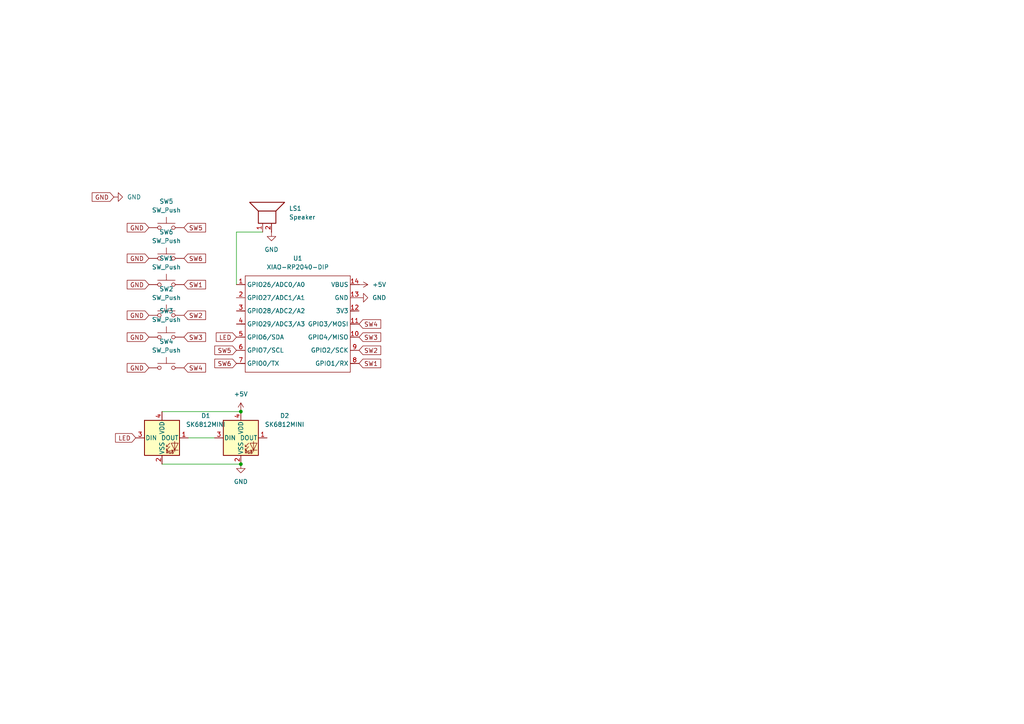
<source format=kicad_sch>
(kicad_sch
	(version 20250114)
	(generator "eeschema")
	(generator_version "9.0")
	(uuid "25298608-a21d-404b-bda2-dc81ff44fd78")
	(paper "A4")
	(lib_symbols
		(symbol "Device:Speaker"
			(pin_names
				(offset 0)
				(hide yes)
			)
			(exclude_from_sim no)
			(in_bom yes)
			(on_board yes)
			(property "Reference" "LS"
				(at 1.27 5.715 0)
				(effects
					(font
						(size 1.27 1.27)
					)
					(justify right)
				)
			)
			(property "Value" "Speaker"
				(at 1.27 3.81 0)
				(effects
					(font
						(size 1.27 1.27)
					)
					(justify right)
				)
			)
			(property "Footprint" ""
				(at 0 -5.08 0)
				(effects
					(font
						(size 1.27 1.27)
					)
					(hide yes)
				)
			)
			(property "Datasheet" "~"
				(at -0.254 -1.27 0)
				(effects
					(font
						(size 1.27 1.27)
					)
					(hide yes)
				)
			)
			(property "Description" "Speaker"
				(at 0 0 0)
				(effects
					(font
						(size 1.27 1.27)
					)
					(hide yes)
				)
			)
			(property "ki_keywords" "speaker sound"
				(at 0 0 0)
				(effects
					(font
						(size 1.27 1.27)
					)
					(hide yes)
				)
			)
			(symbol "Speaker_0_0"
				(rectangle
					(start -2.54 1.27)
					(end 1.016 -3.81)
					(stroke
						(width 0.254)
						(type default)
					)
					(fill
						(type none)
					)
				)
				(polyline
					(pts
						(xy 1.016 1.27) (xy 3.556 3.81) (xy 3.556 -6.35) (xy 1.016 -3.81)
					)
					(stroke
						(width 0.254)
						(type default)
					)
					(fill
						(type none)
					)
				)
			)
			(symbol "Speaker_1_1"
				(pin input line
					(at -5.08 0 0)
					(length 2.54)
					(name "1"
						(effects
							(font
								(size 1.27 1.27)
							)
						)
					)
					(number "1"
						(effects
							(font
								(size 1.27 1.27)
							)
						)
					)
				)
				(pin input line
					(at -5.08 -2.54 0)
					(length 2.54)
					(name "2"
						(effects
							(font
								(size 1.27 1.27)
							)
						)
					)
					(number "2"
						(effects
							(font
								(size 1.27 1.27)
							)
						)
					)
				)
			)
			(embedded_fonts no)
		)
		(symbol "LED:SK6812MINI"
			(pin_names
				(offset 0.254)
			)
			(exclude_from_sim no)
			(in_bom yes)
			(on_board yes)
			(property "Reference" "D"
				(at 5.08 5.715 0)
				(effects
					(font
						(size 1.27 1.27)
					)
					(justify right bottom)
				)
			)
			(property "Value" "SK6812MINI"
				(at 1.27 -5.715 0)
				(effects
					(font
						(size 1.27 1.27)
					)
					(justify left top)
				)
			)
			(property "Footprint" "LED_SMD:LED_SK6812MINI_PLCC4_3.5x3.5mm_P1.75mm"
				(at 1.27 -7.62 0)
				(effects
					(font
						(size 1.27 1.27)
					)
					(justify left top)
					(hide yes)
				)
			)
			(property "Datasheet" "https://cdn-shop.adafruit.com/product-files/2686/SK6812MINI_REV.01-1-2.pdf"
				(at 2.54 -9.525 0)
				(effects
					(font
						(size 1.27 1.27)
					)
					(justify left top)
					(hide yes)
				)
			)
			(property "Description" "RGB LED with integrated controller"
				(at 0 0 0)
				(effects
					(font
						(size 1.27 1.27)
					)
					(hide yes)
				)
			)
			(property "ki_keywords" "RGB LED NeoPixel Mini addressable"
				(at 0 0 0)
				(effects
					(font
						(size 1.27 1.27)
					)
					(hide yes)
				)
			)
			(property "ki_fp_filters" "LED*SK6812MINI*PLCC*3.5x3.5mm*P1.75mm*"
				(at 0 0 0)
				(effects
					(font
						(size 1.27 1.27)
					)
					(hide yes)
				)
			)
			(symbol "SK6812MINI_0_0"
				(text "RGB"
					(at 2.286 -4.191 0)
					(effects
						(font
							(size 0.762 0.762)
						)
					)
				)
			)
			(symbol "SK6812MINI_0_1"
				(polyline
					(pts
						(xy 1.27 -2.54) (xy 1.778 -2.54)
					)
					(stroke
						(width 0)
						(type default)
					)
					(fill
						(type none)
					)
				)
				(polyline
					(pts
						(xy 1.27 -3.556) (xy 1.778 -3.556)
					)
					(stroke
						(width 0)
						(type default)
					)
					(fill
						(type none)
					)
				)
				(polyline
					(pts
						(xy 2.286 -1.524) (xy 1.27 -2.54) (xy 1.27 -2.032)
					)
					(stroke
						(width 0)
						(type default)
					)
					(fill
						(type none)
					)
				)
				(polyline
					(pts
						(xy 2.286 -2.54) (xy 1.27 -3.556) (xy 1.27 -3.048)
					)
					(stroke
						(width 0)
						(type default)
					)
					(fill
						(type none)
					)
				)
				(polyline
					(pts
						(xy 3.683 -1.016) (xy 3.683 -3.556) (xy 3.683 -4.064)
					)
					(stroke
						(width 0)
						(type default)
					)
					(fill
						(type none)
					)
				)
				(polyline
					(pts
						(xy 4.699 -1.524) (xy 2.667 -1.524) (xy 3.683 -3.556) (xy 4.699 -1.524)
					)
					(stroke
						(width 0)
						(type default)
					)
					(fill
						(type none)
					)
				)
				(polyline
					(pts
						(xy 4.699 -3.556) (xy 2.667 -3.556)
					)
					(stroke
						(width 0)
						(type default)
					)
					(fill
						(type none)
					)
				)
				(rectangle
					(start 5.08 5.08)
					(end -5.08 -5.08)
					(stroke
						(width 0.254)
						(type default)
					)
					(fill
						(type background)
					)
				)
			)
			(symbol "SK6812MINI_1_1"
				(pin input line
					(at -7.62 0 0)
					(length 2.54)
					(name "DIN"
						(effects
							(font
								(size 1.27 1.27)
							)
						)
					)
					(number "3"
						(effects
							(font
								(size 1.27 1.27)
							)
						)
					)
				)
				(pin power_in line
					(at 0 7.62 270)
					(length 2.54)
					(name "VDD"
						(effects
							(font
								(size 1.27 1.27)
							)
						)
					)
					(number "4"
						(effects
							(font
								(size 1.27 1.27)
							)
						)
					)
				)
				(pin power_in line
					(at 0 -7.62 90)
					(length 2.54)
					(name "VSS"
						(effects
							(font
								(size 1.27 1.27)
							)
						)
					)
					(number "2"
						(effects
							(font
								(size 1.27 1.27)
							)
						)
					)
				)
				(pin output line
					(at 7.62 0 180)
					(length 2.54)
					(name "DOUT"
						(effects
							(font
								(size 1.27 1.27)
							)
						)
					)
					(number "1"
						(effects
							(font
								(size 1.27 1.27)
							)
						)
					)
				)
			)
			(embedded_fonts no)
		)
		(symbol "Seeed_Studio_XIAO_Series:XIAO-RP2040-DIP"
			(exclude_from_sim no)
			(in_bom yes)
			(on_board yes)
			(property "Reference" "U"
				(at 0 0 0)
				(effects
					(font
						(size 1.27 1.27)
					)
				)
			)
			(property "Value" "XIAO-RP2040-DIP"
				(at 5.334 -1.778 0)
				(effects
					(font
						(size 1.27 1.27)
					)
				)
			)
			(property "Footprint" "Module:MOUDLE14P-XIAO-DIP-SMD"
				(at 14.478 -32.258 0)
				(effects
					(font
						(size 1.27 1.27)
					)
					(hide yes)
				)
			)
			(property "Datasheet" ""
				(at 0 0 0)
				(effects
					(font
						(size 1.27 1.27)
					)
					(hide yes)
				)
			)
			(property "Description" ""
				(at 0 0 0)
				(effects
					(font
						(size 1.27 1.27)
					)
					(hide yes)
				)
			)
			(symbol "XIAO-RP2040-DIP_1_0"
				(polyline
					(pts
						(xy -1.27 -2.54) (xy 29.21 -2.54)
					)
					(stroke
						(width 0.1524)
						(type solid)
					)
					(fill
						(type none)
					)
				)
				(polyline
					(pts
						(xy -1.27 -5.08) (xy -2.54 -5.08)
					)
					(stroke
						(width 0.1524)
						(type solid)
					)
					(fill
						(type none)
					)
				)
				(polyline
					(pts
						(xy -1.27 -5.08) (xy -1.27 -2.54)
					)
					(stroke
						(width 0.1524)
						(type solid)
					)
					(fill
						(type none)
					)
				)
				(polyline
					(pts
						(xy -1.27 -8.89) (xy -2.54 -8.89)
					)
					(stroke
						(width 0.1524)
						(type solid)
					)
					(fill
						(type none)
					)
				)
				(polyline
					(pts
						(xy -1.27 -8.89) (xy -1.27 -5.08)
					)
					(stroke
						(width 0.1524)
						(type solid)
					)
					(fill
						(type none)
					)
				)
				(polyline
					(pts
						(xy -1.27 -12.7) (xy -2.54 -12.7)
					)
					(stroke
						(width 0.1524)
						(type solid)
					)
					(fill
						(type none)
					)
				)
				(polyline
					(pts
						(xy -1.27 -12.7) (xy -1.27 -8.89)
					)
					(stroke
						(width 0.1524)
						(type solid)
					)
					(fill
						(type none)
					)
				)
				(polyline
					(pts
						(xy -1.27 -16.51) (xy -2.54 -16.51)
					)
					(stroke
						(width 0.1524)
						(type solid)
					)
					(fill
						(type none)
					)
				)
				(polyline
					(pts
						(xy -1.27 -16.51) (xy -1.27 -12.7)
					)
					(stroke
						(width 0.1524)
						(type solid)
					)
					(fill
						(type none)
					)
				)
				(polyline
					(pts
						(xy -1.27 -20.32) (xy -2.54 -20.32)
					)
					(stroke
						(width 0.1524)
						(type solid)
					)
					(fill
						(type none)
					)
				)
				(polyline
					(pts
						(xy -1.27 -24.13) (xy -2.54 -24.13)
					)
					(stroke
						(width 0.1524)
						(type solid)
					)
					(fill
						(type none)
					)
				)
				(polyline
					(pts
						(xy -1.27 -27.94) (xy -2.54 -27.94)
					)
					(stroke
						(width 0.1524)
						(type solid)
					)
					(fill
						(type none)
					)
				)
				(polyline
					(pts
						(xy -1.27 -30.48) (xy -1.27 -16.51)
					)
					(stroke
						(width 0.1524)
						(type solid)
					)
					(fill
						(type none)
					)
				)
				(polyline
					(pts
						(xy 29.21 -2.54) (xy 29.21 -5.08)
					)
					(stroke
						(width 0.1524)
						(type solid)
					)
					(fill
						(type none)
					)
				)
				(polyline
					(pts
						(xy 29.21 -5.08) (xy 29.21 -8.89)
					)
					(stroke
						(width 0.1524)
						(type solid)
					)
					(fill
						(type none)
					)
				)
				(polyline
					(pts
						(xy 29.21 -8.89) (xy 29.21 -12.7)
					)
					(stroke
						(width 0.1524)
						(type solid)
					)
					(fill
						(type none)
					)
				)
				(polyline
					(pts
						(xy 29.21 -12.7) (xy 29.21 -30.48)
					)
					(stroke
						(width 0.1524)
						(type solid)
					)
					(fill
						(type none)
					)
				)
				(polyline
					(pts
						(xy 29.21 -30.48) (xy -1.27 -30.48)
					)
					(stroke
						(width 0.1524)
						(type solid)
					)
					(fill
						(type none)
					)
				)
				(polyline
					(pts
						(xy 30.48 -5.08) (xy 29.21 -5.08)
					)
					(stroke
						(width 0.1524)
						(type solid)
					)
					(fill
						(type none)
					)
				)
				(polyline
					(pts
						(xy 30.48 -8.89) (xy 29.21 -8.89)
					)
					(stroke
						(width 0.1524)
						(type solid)
					)
					(fill
						(type none)
					)
				)
				(polyline
					(pts
						(xy 30.48 -12.7) (xy 29.21 -12.7)
					)
					(stroke
						(width 0.1524)
						(type solid)
					)
					(fill
						(type none)
					)
				)
				(polyline
					(pts
						(xy 30.48 -16.51) (xy 29.21 -16.51)
					)
					(stroke
						(width 0.1524)
						(type solid)
					)
					(fill
						(type none)
					)
				)
				(polyline
					(pts
						(xy 30.48 -20.32) (xy 29.21 -20.32)
					)
					(stroke
						(width 0.1524)
						(type solid)
					)
					(fill
						(type none)
					)
				)
				(polyline
					(pts
						(xy 30.48 -24.13) (xy 29.21 -24.13)
					)
					(stroke
						(width 0.1524)
						(type solid)
					)
					(fill
						(type none)
					)
				)
				(polyline
					(pts
						(xy 30.48 -27.94) (xy 29.21 -27.94)
					)
					(stroke
						(width 0.1524)
						(type solid)
					)
					(fill
						(type none)
					)
				)
				(pin passive line
					(at -3.81 -5.08 0)
					(length 2.54)
					(name "GPIO26/ADC0/A0"
						(effects
							(font
								(size 1.27 1.27)
							)
						)
					)
					(number "1"
						(effects
							(font
								(size 1.27 1.27)
							)
						)
					)
				)
				(pin passive line
					(at -3.81 -8.89 0)
					(length 2.54)
					(name "GPIO27/ADC1/A1"
						(effects
							(font
								(size 1.27 1.27)
							)
						)
					)
					(number "2"
						(effects
							(font
								(size 1.27 1.27)
							)
						)
					)
				)
				(pin passive line
					(at -3.81 -12.7 0)
					(length 2.54)
					(name "GPIO28/ADC2/A2"
						(effects
							(font
								(size 1.27 1.27)
							)
						)
					)
					(number "3"
						(effects
							(font
								(size 1.27 1.27)
							)
						)
					)
				)
				(pin passive line
					(at -3.81 -16.51 0)
					(length 2.54)
					(name "GPIO29/ADC3/A3"
						(effects
							(font
								(size 1.27 1.27)
							)
						)
					)
					(number "4"
						(effects
							(font
								(size 1.27 1.27)
							)
						)
					)
				)
				(pin passive line
					(at -3.81 -20.32 0)
					(length 2.54)
					(name "GPIO6/SDA"
						(effects
							(font
								(size 1.27 1.27)
							)
						)
					)
					(number "5"
						(effects
							(font
								(size 1.27 1.27)
							)
						)
					)
				)
				(pin passive line
					(at -3.81 -24.13 0)
					(length 2.54)
					(name "GPIO7/SCL"
						(effects
							(font
								(size 1.27 1.27)
							)
						)
					)
					(number "6"
						(effects
							(font
								(size 1.27 1.27)
							)
						)
					)
				)
				(pin passive line
					(at -3.81 -27.94 0)
					(length 2.54)
					(name "GPIO0/TX"
						(effects
							(font
								(size 1.27 1.27)
							)
						)
					)
					(number "7"
						(effects
							(font
								(size 1.27 1.27)
							)
						)
					)
				)
				(pin passive line
					(at 31.75 -5.08 180)
					(length 2.54)
					(name "VBUS"
						(effects
							(font
								(size 1.27 1.27)
							)
						)
					)
					(number "14"
						(effects
							(font
								(size 1.27 1.27)
							)
						)
					)
				)
				(pin passive line
					(at 31.75 -8.89 180)
					(length 2.54)
					(name "GND"
						(effects
							(font
								(size 1.27 1.27)
							)
						)
					)
					(number "13"
						(effects
							(font
								(size 1.27 1.27)
							)
						)
					)
				)
				(pin passive line
					(at 31.75 -12.7 180)
					(length 2.54)
					(name "3V3"
						(effects
							(font
								(size 1.27 1.27)
							)
						)
					)
					(number "12"
						(effects
							(font
								(size 1.27 1.27)
							)
						)
					)
				)
				(pin passive line
					(at 31.75 -16.51 180)
					(length 2.54)
					(name "GPIO3/MOSI"
						(effects
							(font
								(size 1.27 1.27)
							)
						)
					)
					(number "11"
						(effects
							(font
								(size 1.27 1.27)
							)
						)
					)
				)
				(pin passive line
					(at 31.75 -20.32 180)
					(length 2.54)
					(name "GPIO4/MISO"
						(effects
							(font
								(size 1.27 1.27)
							)
						)
					)
					(number "10"
						(effects
							(font
								(size 1.27 1.27)
							)
						)
					)
				)
				(pin passive line
					(at 31.75 -24.13 180)
					(length 2.54)
					(name "GPIO2/SCK"
						(effects
							(font
								(size 1.27 1.27)
							)
						)
					)
					(number "9"
						(effects
							(font
								(size 1.27 1.27)
							)
						)
					)
				)
				(pin passive line
					(at 31.75 -27.94 180)
					(length 2.54)
					(name "GPIO1/RX"
						(effects
							(font
								(size 1.27 1.27)
							)
						)
					)
					(number "8"
						(effects
							(font
								(size 1.27 1.27)
							)
						)
					)
				)
			)
			(embedded_fonts no)
		)
		(symbol "Switch:SW_Push"
			(pin_numbers
				(hide yes)
			)
			(pin_names
				(offset 1.016)
				(hide yes)
			)
			(exclude_from_sim no)
			(in_bom yes)
			(on_board yes)
			(property "Reference" "SW"
				(at 1.27 2.54 0)
				(effects
					(font
						(size 1.27 1.27)
					)
					(justify left)
				)
			)
			(property "Value" "SW_Push"
				(at 0 -1.524 0)
				(effects
					(font
						(size 1.27 1.27)
					)
				)
			)
			(property "Footprint" ""
				(at 0 5.08 0)
				(effects
					(font
						(size 1.27 1.27)
					)
					(hide yes)
				)
			)
			(property "Datasheet" "~"
				(at 0 5.08 0)
				(effects
					(font
						(size 1.27 1.27)
					)
					(hide yes)
				)
			)
			(property "Description" "Push button switch, generic, two pins"
				(at 0 0 0)
				(effects
					(font
						(size 1.27 1.27)
					)
					(hide yes)
				)
			)
			(property "ki_keywords" "switch normally-open pushbutton push-button"
				(at 0 0 0)
				(effects
					(font
						(size 1.27 1.27)
					)
					(hide yes)
				)
			)
			(symbol "SW_Push_0_1"
				(circle
					(center -2.032 0)
					(radius 0.508)
					(stroke
						(width 0)
						(type default)
					)
					(fill
						(type none)
					)
				)
				(polyline
					(pts
						(xy 0 1.27) (xy 0 3.048)
					)
					(stroke
						(width 0)
						(type default)
					)
					(fill
						(type none)
					)
				)
				(circle
					(center 2.032 0)
					(radius 0.508)
					(stroke
						(width 0)
						(type default)
					)
					(fill
						(type none)
					)
				)
				(polyline
					(pts
						(xy 2.54 1.27) (xy -2.54 1.27)
					)
					(stroke
						(width 0)
						(type default)
					)
					(fill
						(type none)
					)
				)
				(pin passive line
					(at -5.08 0 0)
					(length 2.54)
					(name "1"
						(effects
							(font
								(size 1.27 1.27)
							)
						)
					)
					(number "1"
						(effects
							(font
								(size 1.27 1.27)
							)
						)
					)
				)
				(pin passive line
					(at 5.08 0 180)
					(length 2.54)
					(name "2"
						(effects
							(font
								(size 1.27 1.27)
							)
						)
					)
					(number "2"
						(effects
							(font
								(size 1.27 1.27)
							)
						)
					)
				)
			)
			(embedded_fonts no)
		)
		(symbol "power:+5V"
			(power)
			(pin_numbers
				(hide yes)
			)
			(pin_names
				(offset 0)
				(hide yes)
			)
			(exclude_from_sim no)
			(in_bom yes)
			(on_board yes)
			(property "Reference" "#PWR"
				(at 0 -3.81 0)
				(effects
					(font
						(size 1.27 1.27)
					)
					(hide yes)
				)
			)
			(property "Value" "+5V"
				(at 0 3.556 0)
				(effects
					(font
						(size 1.27 1.27)
					)
				)
			)
			(property "Footprint" ""
				(at 0 0 0)
				(effects
					(font
						(size 1.27 1.27)
					)
					(hide yes)
				)
			)
			(property "Datasheet" ""
				(at 0 0 0)
				(effects
					(font
						(size 1.27 1.27)
					)
					(hide yes)
				)
			)
			(property "Description" "Power symbol creates a global label with name \"+5V\""
				(at 0 0 0)
				(effects
					(font
						(size 1.27 1.27)
					)
					(hide yes)
				)
			)
			(property "ki_keywords" "global power"
				(at 0 0 0)
				(effects
					(font
						(size 1.27 1.27)
					)
					(hide yes)
				)
			)
			(symbol "+5V_0_1"
				(polyline
					(pts
						(xy -0.762 1.27) (xy 0 2.54)
					)
					(stroke
						(width 0)
						(type default)
					)
					(fill
						(type none)
					)
				)
				(polyline
					(pts
						(xy 0 2.54) (xy 0.762 1.27)
					)
					(stroke
						(width 0)
						(type default)
					)
					(fill
						(type none)
					)
				)
				(polyline
					(pts
						(xy 0 0) (xy 0 2.54)
					)
					(stroke
						(width 0)
						(type default)
					)
					(fill
						(type none)
					)
				)
			)
			(symbol "+5V_1_1"
				(pin power_in line
					(at 0 0 90)
					(length 0)
					(name "~"
						(effects
							(font
								(size 1.27 1.27)
							)
						)
					)
					(number "1"
						(effects
							(font
								(size 1.27 1.27)
							)
						)
					)
				)
			)
			(embedded_fonts no)
		)
		(symbol "power:GND"
			(power)
			(pin_numbers
				(hide yes)
			)
			(pin_names
				(offset 0)
				(hide yes)
			)
			(exclude_from_sim no)
			(in_bom yes)
			(on_board yes)
			(property "Reference" "#PWR"
				(at 0 -6.35 0)
				(effects
					(font
						(size 1.27 1.27)
					)
					(hide yes)
				)
			)
			(property "Value" "GND"
				(at 0 -3.81 0)
				(effects
					(font
						(size 1.27 1.27)
					)
				)
			)
			(property "Footprint" ""
				(at 0 0 0)
				(effects
					(font
						(size 1.27 1.27)
					)
					(hide yes)
				)
			)
			(property "Datasheet" ""
				(at 0 0 0)
				(effects
					(font
						(size 1.27 1.27)
					)
					(hide yes)
				)
			)
			(property "Description" "Power symbol creates a global label with name \"GND\" , ground"
				(at 0 0 0)
				(effects
					(font
						(size 1.27 1.27)
					)
					(hide yes)
				)
			)
			(property "ki_keywords" "global power"
				(at 0 0 0)
				(effects
					(font
						(size 1.27 1.27)
					)
					(hide yes)
				)
			)
			(symbol "GND_0_1"
				(polyline
					(pts
						(xy 0 0) (xy 0 -1.27) (xy 1.27 -1.27) (xy 0 -2.54) (xy -1.27 -1.27) (xy 0 -1.27)
					)
					(stroke
						(width 0)
						(type default)
					)
					(fill
						(type none)
					)
				)
			)
			(symbol "GND_1_1"
				(pin power_in line
					(at 0 0 270)
					(length 0)
					(name "~"
						(effects
							(font
								(size 1.27 1.27)
							)
						)
					)
					(number "1"
						(effects
							(font
								(size 1.27 1.27)
							)
						)
					)
				)
			)
			(embedded_fonts no)
		)
	)
	(junction
		(at 69.85 134.62)
		(diameter 0)
		(color 0 0 0 0)
		(uuid "8d7f2f88-4a54-46cb-9bf0-c571d3ccdcb0")
	)
	(junction
		(at 69.85 119.38)
		(diameter 0)
		(color 0 0 0 0)
		(uuid "b218bd28-8b63-4808-8165-4bcd98043b15")
	)
	(wire
		(pts
			(xy 54.61 127) (xy 62.23 127)
		)
		(stroke
			(width 0)
			(type default)
		)
		(uuid "4263ac19-7f2e-4a2f-8a93-61450b03fadd")
	)
	(wire
		(pts
			(xy 46.99 134.62) (xy 69.85 134.62)
		)
		(stroke
			(width 0)
			(type default)
		)
		(uuid "57c1d754-65bf-452a-ba47-1ccced1a3247")
	)
	(wire
		(pts
			(xy 76.2 67.31) (xy 68.58 67.31)
		)
		(stroke
			(width 0)
			(type default)
		)
		(uuid "77ccd9ff-5b7a-457a-8a1f-4ca93c7a31c7")
	)
	(wire
		(pts
			(xy 68.58 67.31) (xy 68.58 82.55)
		)
		(stroke
			(width 0)
			(type default)
		)
		(uuid "a2671798-e17a-45f6-894a-9b704e229be6")
	)
	(wire
		(pts
			(xy 46.99 119.38) (xy 69.85 119.38)
		)
		(stroke
			(width 0)
			(type default)
		)
		(uuid "cad67bad-a4ae-4115-86e3-ba04d7724969")
	)
	(global_label "SW1"
		(shape input)
		(at 53.34 82.55 0)
		(fields_autoplaced yes)
		(effects
			(font
				(size 1.27 1.27)
			)
			(justify left)
		)
		(uuid "015c0d6d-0def-4fc4-ac1f-c4071896f998")
		(property "Intersheetrefs" "${INTERSHEET_REFS}"
			(at 60.1956 82.55 0)
			(effects
				(font
					(size 1.27 1.27)
				)
				(justify left)
				(hide yes)
			)
		)
	)
	(global_label "GND"
		(shape input)
		(at 33.02 57.15 180)
		(fields_autoplaced yes)
		(effects
			(font
				(size 1.27 1.27)
			)
			(justify right)
		)
		(uuid "0f7d1b3a-f1e6-4c76-9b5f-ddb334735927")
		(property "Intersheetrefs" "${INTERSHEET_REFS}"
			(at 26.1643 57.15 0)
			(effects
				(font
					(size 1.27 1.27)
				)
				(justify right)
				(hide yes)
			)
		)
	)
	(global_label "GND"
		(shape input)
		(at 43.18 66.04 180)
		(fields_autoplaced yes)
		(effects
			(font
				(size 1.27 1.27)
			)
			(justify right)
		)
		(uuid "19d61370-65c4-42d0-b3a4-79f04dab6d08")
		(property "Intersheetrefs" "${INTERSHEET_REFS}"
			(at 36.3243 66.04 0)
			(effects
				(font
					(size 1.27 1.27)
				)
				(justify right)
				(hide yes)
			)
		)
	)
	(global_label "SW2"
		(shape input)
		(at 53.34 91.44 0)
		(fields_autoplaced yes)
		(effects
			(font
				(size 1.27 1.27)
			)
			(justify left)
		)
		(uuid "1e70271e-33a7-4b05-af51-1f298ebd4636")
		(property "Intersheetrefs" "${INTERSHEET_REFS}"
			(at 60.1956 91.44 0)
			(effects
				(font
					(size 1.27 1.27)
				)
				(justify left)
				(hide yes)
			)
		)
	)
	(global_label "LED"
		(shape input)
		(at 39.37 127 180)
		(fields_autoplaced yes)
		(effects
			(font
				(size 1.27 1.27)
			)
			(justify right)
		)
		(uuid "2f70f442-2d6a-48da-a47b-07aec6ceb85d")
		(property "Intersheetrefs" "${INTERSHEET_REFS}"
			(at 30.7 127 0)
			(effects
				(font
					(size 1.27 1.27)
				)
				(justify right)
				(hide yes)
			)
		)
	)
	(global_label "SW5"
		(shape input)
		(at 53.34 66.04 0)
		(fields_autoplaced yes)
		(effects
			(font
				(size 1.27 1.27)
			)
			(justify left)
		)
		(uuid "3a7c4b1e-0b83-4764-8c52-f0a22fcbd109")
		(property "Intersheetrefs" "${INTERSHEET_REFS}"
			(at 60.1956 66.04 0)
			(effects
				(font
					(size 1.27 1.27)
				)
				(justify left)
				(hide yes)
			)
		)
	)
	(global_label "SW6"
		(shape input)
		(at 53.34 74.93 0)
		(fields_autoplaced yes)
		(effects
			(font
				(size 1.27 1.27)
			)
			(justify left)
		)
		(uuid "5533a4c7-3d17-4a51-8769-cb7af1bbf9ad")
		(property "Intersheetrefs" "${INTERSHEET_REFS}"
			(at 60.1956 74.93 0)
			(effects
				(font
					(size 1.27 1.27)
				)
				(justify left)
				(hide yes)
			)
		)
	)
	(global_label "SW2"
		(shape input)
		(at 104.14 101.6 0)
		(fields_autoplaced yes)
		(effects
			(font
				(size 1.27 1.27)
			)
			(justify left)
		)
		(uuid "637a7129-43da-46de-a376-74a14f7fabe3")
		(property "Intersheetrefs" "${INTERSHEET_REFS}"
			(at 110.9956 101.6 0)
			(effects
				(font
					(size 1.27 1.27)
				)
				(justify left)
				(hide yes)
			)
		)
	)
	(global_label "GND"
		(shape input)
		(at 43.18 106.68 180)
		(fields_autoplaced yes)
		(effects
			(font
				(size 1.27 1.27)
			)
			(justify right)
		)
		(uuid "71735e5b-9d64-4c47-b31c-c70c99de6344")
		(property "Intersheetrefs" "${INTERSHEET_REFS}"
			(at 36.3243 106.68 0)
			(effects
				(font
					(size 1.27 1.27)
				)
				(justify right)
				(hide yes)
			)
		)
	)
	(global_label "GND"
		(shape input)
		(at 43.18 74.93 180)
		(fields_autoplaced yes)
		(effects
			(font
				(size 1.27 1.27)
			)
			(justify right)
		)
		(uuid "7c10f84c-bf76-4072-ac62-a2cd54cb6001")
		(property "Intersheetrefs" "${INTERSHEET_REFS}"
			(at 36.3243 74.93 0)
			(effects
				(font
					(size 1.27 1.27)
				)
				(justify right)
				(hide yes)
			)
		)
	)
	(global_label "SW4"
		(shape input)
		(at 53.34 106.68 0)
		(fields_autoplaced yes)
		(effects
			(font
				(size 1.27 1.27)
			)
			(justify left)
		)
		(uuid "a23f2892-e846-4bee-a6cf-070be483e181")
		(property "Intersheetrefs" "${INTERSHEET_REFS}"
			(at 60.1956 106.68 0)
			(effects
				(font
					(size 1.27 1.27)
				)
				(justify left)
				(hide yes)
			)
		)
	)
	(global_label "GND"
		(shape input)
		(at 43.18 91.44 180)
		(fields_autoplaced yes)
		(effects
			(font
				(size 1.27 1.27)
			)
			(justify right)
		)
		(uuid "a67d8bc2-24b8-4163-b152-36eca0a07fc4")
		(property "Intersheetrefs" "${INTERSHEET_REFS}"
			(at 36.3243 91.44 0)
			(effects
				(font
					(size 1.27 1.27)
				)
				(justify right)
				(hide yes)
			)
		)
	)
	(global_label "GND"
		(shape input)
		(at 43.18 97.79 180)
		(fields_autoplaced yes)
		(effects
			(font
				(size 1.27 1.27)
			)
			(justify right)
		)
		(uuid "b4eb6f05-2e2e-44e2-a691-131301c892df")
		(property "Intersheetrefs" "${INTERSHEET_REFS}"
			(at 36.3243 97.79 0)
			(effects
				(font
					(size 1.27 1.27)
				)
				(justify right)
				(hide yes)
			)
		)
	)
	(global_label "SW3"
		(shape input)
		(at 104.14 97.79 0)
		(fields_autoplaced yes)
		(effects
			(font
				(size 1.27 1.27)
			)
			(justify left)
		)
		(uuid "bc295bc6-ad1e-43c5-8062-06d1d4be9073")
		(property "Intersheetrefs" "${INTERSHEET_REFS}"
			(at 110.9956 97.79 0)
			(effects
				(font
					(size 1.27 1.27)
				)
				(justify left)
				(hide yes)
			)
		)
	)
	(global_label "SW5"
		(shape input)
		(at 68.58 101.6 180)
		(fields_autoplaced yes)
		(effects
			(font
				(size 1.27 1.27)
			)
			(justify right)
		)
		(uuid "bf738fa0-4a28-48cc-8616-9b2c5e8a4821")
		(property "Intersheetrefs" "${INTERSHEET_REFS}"
			(at 61.7244 101.6 0)
			(effects
				(font
					(size 1.27 1.27)
				)
				(justify right)
				(hide yes)
			)
		)
	)
	(global_label "GND"
		(shape input)
		(at 43.18 82.55 180)
		(fields_autoplaced yes)
		(effects
			(font
				(size 1.27 1.27)
			)
			(justify right)
		)
		(uuid "d623ed3c-7412-43d5-97f0-b2341c6629b1")
		(property "Intersheetrefs" "${INTERSHEET_REFS}"
			(at 36.3243 82.55 0)
			(effects
				(font
					(size 1.27 1.27)
				)
				(justify right)
				(hide yes)
			)
		)
	)
	(global_label "SW3"
		(shape input)
		(at 53.34 97.79 0)
		(fields_autoplaced yes)
		(effects
			(font
				(size 1.27 1.27)
			)
			(justify left)
		)
		(uuid "d6c389fc-3500-4abc-a990-447b424ac18d")
		(property "Intersheetrefs" "${INTERSHEET_REFS}"
			(at 60.1956 97.79 0)
			(effects
				(font
					(size 1.27 1.27)
				)
				(justify left)
				(hide yes)
			)
		)
	)
	(global_label "SW1"
		(shape input)
		(at 104.14 105.41 0)
		(fields_autoplaced yes)
		(effects
			(font
				(size 1.27 1.27)
			)
			(justify left)
		)
		(uuid "d6f63e5d-0b79-4cc6-8946-e2eb398f3527")
		(property "Intersheetrefs" "${INTERSHEET_REFS}"
			(at 110.9956 105.41 0)
			(effects
				(font
					(size 1.27 1.27)
				)
				(justify left)
				(hide yes)
			)
		)
	)
	(global_label "LED"
		(shape input)
		(at 68.58 97.79 180)
		(fields_autoplaced yes)
		(effects
			(font
				(size 1.27 1.27)
			)
			(justify right)
		)
		(uuid "d80c344f-602a-459e-a72f-bf4a0d24062c")
		(property "Intersheetrefs" "${INTERSHEET_REFS}"
			(at 59.91 97.79 0)
			(effects
				(font
					(size 1.27 1.27)
				)
				(justify right)
				(hide yes)
			)
		)
	)
	(global_label "SW6"
		(shape input)
		(at 68.58 105.41 180)
		(fields_autoplaced yes)
		(effects
			(font
				(size 1.27 1.27)
			)
			(justify right)
		)
		(uuid "e67d2d80-cc2f-4716-b304-81dd3a1f8ca7")
		(property "Intersheetrefs" "${INTERSHEET_REFS}"
			(at 61.7244 105.41 0)
			(effects
				(font
					(size 1.27 1.27)
				)
				(justify right)
				(hide yes)
			)
		)
	)
	(global_label "SW4"
		(shape input)
		(at 104.14 93.98 0)
		(fields_autoplaced yes)
		(effects
			(font
				(size 1.27 1.27)
			)
			(justify left)
		)
		(uuid "f66f74e9-4906-4a08-ac8f-107611d43ce6")
		(property "Intersheetrefs" "${INTERSHEET_REFS}"
			(at 110.9956 93.98 0)
			(effects
				(font
					(size 1.27 1.27)
				)
				(justify left)
				(hide yes)
			)
		)
	)
	(symbol
		(lib_id "Switch:SW_Push")
		(at 48.26 82.55 0)
		(unit 1)
		(exclude_from_sim no)
		(in_bom yes)
		(on_board yes)
		(dnp no)
		(fields_autoplaced yes)
		(uuid "23900166-ed5a-4eca-bd49-e9f96f17afa2")
		(property "Reference" "SW1"
			(at 48.26 74.93 0)
			(effects
				(font
					(size 1.27 1.27)
				)
			)
		)
		(property "Value" "SW_Push"
			(at 48.26 77.47 0)
			(effects
				(font
					(size 1.27 1.27)
				)
			)
		)
		(property "Footprint" "Button_Switch_Keyboard:SW_Cherry_MX_1.00u_PCB"
			(at 48.26 77.47 0)
			(effects
				(font
					(size 1.27 1.27)
				)
				(hide yes)
			)
		)
		(property "Datasheet" "~"
			(at 48.26 77.47 0)
			(effects
				(font
					(size 1.27 1.27)
				)
				(hide yes)
			)
		)
		(property "Description" "Push button switch, generic, two pins"
			(at 48.26 82.55 0)
			(effects
				(font
					(size 1.27 1.27)
				)
				(hide yes)
			)
		)
		(pin "2"
			(uuid "d8ea1842-056a-41e8-8716-1466afb692be")
		)
		(pin "1"
			(uuid "2cb0fb94-3738-41b1-b059-6c107ab56a58")
		)
		(instances
			(project ""
				(path "/25298608-a21d-404b-bda2-dc81ff44fd78"
					(reference "SW1")
					(unit 1)
				)
			)
		)
	)
	(symbol
		(lib_id "Switch:SW_Push")
		(at 48.26 91.44 0)
		(unit 1)
		(exclude_from_sim no)
		(in_bom yes)
		(on_board yes)
		(dnp no)
		(fields_autoplaced yes)
		(uuid "2e95e652-7e6d-4854-9c3b-7e06f68fe196")
		(property "Reference" "SW2"
			(at 48.26 83.82 0)
			(effects
				(font
					(size 1.27 1.27)
				)
			)
		)
		(property "Value" "SW_Push"
			(at 48.26 86.36 0)
			(effects
				(font
					(size 1.27 1.27)
				)
			)
		)
		(property "Footprint" "Button_Switch_Keyboard:SW_Cherry_MX_1.00u_PCB"
			(at 48.26 86.36 0)
			(effects
				(font
					(size 1.27 1.27)
				)
				(hide yes)
			)
		)
		(property "Datasheet" "~"
			(at 48.26 86.36 0)
			(effects
				(font
					(size 1.27 1.27)
				)
				(hide yes)
			)
		)
		(property "Description" "Push button switch, generic, two pins"
			(at 48.26 91.44 0)
			(effects
				(font
					(size 1.27 1.27)
				)
				(hide yes)
			)
		)
		(pin "2"
			(uuid "f1bf558f-cf8f-4224-b942-efed413acc38")
		)
		(pin "1"
			(uuid "4d47b323-db3b-47e6-96a9-cb8b213d951a")
		)
		(instances
			(project "hackpad"
				(path "/25298608-a21d-404b-bda2-dc81ff44fd78"
					(reference "SW2")
					(unit 1)
				)
			)
		)
	)
	(symbol
		(lib_id "power:+5V")
		(at 69.85 119.38 0)
		(unit 1)
		(exclude_from_sim no)
		(in_bom yes)
		(on_board yes)
		(dnp no)
		(fields_autoplaced yes)
		(uuid "2ff15236-f6fa-4969-b5cc-a94ef523160e")
		(property "Reference" "#PWR03"
			(at 69.85 123.19 0)
			(effects
				(font
					(size 1.27 1.27)
				)
				(hide yes)
			)
		)
		(property "Value" "+5V"
			(at 69.85 114.3 0)
			(effects
				(font
					(size 1.27 1.27)
				)
			)
		)
		(property "Footprint" ""
			(at 69.85 119.38 0)
			(effects
				(font
					(size 1.27 1.27)
				)
				(hide yes)
			)
		)
		(property "Datasheet" ""
			(at 69.85 119.38 0)
			(effects
				(font
					(size 1.27 1.27)
				)
				(hide yes)
			)
		)
		(property "Description" "Power symbol creates a global label with name \"+5V\""
			(at 69.85 119.38 0)
			(effects
				(font
					(size 1.27 1.27)
				)
				(hide yes)
			)
		)
		(pin "1"
			(uuid "2b2f4a8c-48b6-4f86-bfe4-ea27b31990d8")
		)
		(instances
			(project ""
				(path "/25298608-a21d-404b-bda2-dc81ff44fd78"
					(reference "#PWR03")
					(unit 1)
				)
			)
		)
	)
	(symbol
		(lib_id "Device:Speaker")
		(at 76.2 62.23 90)
		(unit 1)
		(exclude_from_sim no)
		(in_bom yes)
		(on_board yes)
		(dnp no)
		(fields_autoplaced yes)
		(uuid "4fa6aa66-1726-499f-b275-86bf38a3179a")
		(property "Reference" "LS1"
			(at 83.82 60.4519 90)
			(effects
				(font
					(size 1.27 1.27)
				)
				(justify right)
			)
		)
		(property "Value" "Speaker"
			(at 83.82 62.9919 90)
			(effects
				(font
					(size 1.27 1.27)
				)
				(justify right)
			)
		)
		(property "Footprint" "Buzzer_Beeper:Speaker_CUI_CMR-1206S-67"
			(at 81.28 62.23 0)
			(effects
				(font
					(size 1.27 1.27)
				)
				(hide yes)
			)
		)
		(property "Datasheet" "~"
			(at 77.47 62.484 0)
			(effects
				(font
					(size 1.27 1.27)
				)
				(hide yes)
			)
		)
		(property "Description" "Speaker"
			(at 76.2 62.23 0)
			(effects
				(font
					(size 1.27 1.27)
				)
				(hide yes)
			)
		)
		(pin "1"
			(uuid "a01ab2d7-fd22-4f13-9500-586a86078c49")
		)
		(pin "2"
			(uuid "22a12494-a2ef-4a27-9503-ddd2600e1c6d")
		)
		(instances
			(project ""
				(path "/25298608-a21d-404b-bda2-dc81ff44fd78"
					(reference "LS1")
					(unit 1)
				)
			)
		)
	)
	(symbol
		(lib_id "Switch:SW_Push")
		(at 48.26 66.04 0)
		(unit 1)
		(exclude_from_sim no)
		(in_bom yes)
		(on_board yes)
		(dnp no)
		(fields_autoplaced yes)
		(uuid "52441e40-f09a-40ea-a050-8fbdf4db6e89")
		(property "Reference" "SW5"
			(at 48.26 58.42 0)
			(effects
				(font
					(size 1.27 1.27)
				)
			)
		)
		(property "Value" "SW_Push"
			(at 48.26 60.96 0)
			(effects
				(font
					(size 1.27 1.27)
				)
			)
		)
		(property "Footprint" "Button_Switch_Keyboard:SW_Cherry_MX_1.00u_PCB"
			(at 48.26 60.96 0)
			(effects
				(font
					(size 1.27 1.27)
				)
				(hide yes)
			)
		)
		(property "Datasheet" "~"
			(at 48.26 60.96 0)
			(effects
				(font
					(size 1.27 1.27)
				)
				(hide yes)
			)
		)
		(property "Description" "Push button switch, generic, two pins"
			(at 48.26 66.04 0)
			(effects
				(font
					(size 1.27 1.27)
				)
				(hide yes)
			)
		)
		(pin "2"
			(uuid "8c42a2f1-b4bc-4c4d-9c6e-a17e5af43afe")
		)
		(pin "1"
			(uuid "f61553ce-b5bf-4040-aec6-0367c04d5f9f")
		)
		(instances
			(project "hackpad"
				(path "/25298608-a21d-404b-bda2-dc81ff44fd78"
					(reference "SW5")
					(unit 1)
				)
			)
		)
	)
	(symbol
		(lib_id "power:+5V")
		(at 104.14 82.55 270)
		(unit 1)
		(exclude_from_sim no)
		(in_bom yes)
		(on_board yes)
		(dnp no)
		(fields_autoplaced yes)
		(uuid "67e2d5c5-1682-4e12-b5b1-a6bfaa623134")
		(property "Reference" "#PWR04"
			(at 100.33 82.55 0)
			(effects
				(font
					(size 1.27 1.27)
				)
				(hide yes)
			)
		)
		(property "Value" "+5V"
			(at 107.95 82.5499 90)
			(effects
				(font
					(size 1.27 1.27)
				)
				(justify left)
			)
		)
		(property "Footprint" ""
			(at 104.14 82.55 0)
			(effects
				(font
					(size 1.27 1.27)
				)
				(hide yes)
			)
		)
		(property "Datasheet" ""
			(at 104.14 82.55 0)
			(effects
				(font
					(size 1.27 1.27)
				)
				(hide yes)
			)
		)
		(property "Description" "Power symbol creates a global label with name \"+5V\""
			(at 104.14 82.55 0)
			(effects
				(font
					(size 1.27 1.27)
				)
				(hide yes)
			)
		)
		(pin "1"
			(uuid "7c0b8402-ac48-44f5-9c39-0077f734716d")
		)
		(instances
			(project ""
				(path "/25298608-a21d-404b-bda2-dc81ff44fd78"
					(reference "#PWR04")
					(unit 1)
				)
			)
		)
	)
	(symbol
		(lib_id "Seeed_Studio_XIAO_Series:XIAO-RP2040-DIP")
		(at 72.39 77.47 0)
		(unit 1)
		(exclude_from_sim no)
		(in_bom yes)
		(on_board yes)
		(dnp no)
		(fields_autoplaced yes)
		(uuid "92064745-136b-4e5d-84d7-9a588d8c62f7")
		(property "Reference" "U1"
			(at 86.36 74.93 0)
			(effects
				(font
					(size 1.27 1.27)
				)
			)
		)
		(property "Value" "XIAO-RP2040-DIP"
			(at 86.36 77.47 0)
			(effects
				(font
					(size 1.27 1.27)
				)
			)
		)
		(property "Footprint" "Seeed Studio XIAO Series Library:XIAO-RP2040-DIP"
			(at 86.868 109.728 0)
			(effects
				(font
					(size 1.27 1.27)
				)
				(hide yes)
			)
		)
		(property "Datasheet" ""
			(at 72.39 77.47 0)
			(effects
				(font
					(size 1.27 1.27)
				)
				(hide yes)
			)
		)
		(property "Description" ""
			(at 72.39 77.47 0)
			(effects
				(font
					(size 1.27 1.27)
				)
				(hide yes)
			)
		)
		(pin "4"
			(uuid "a56654bd-9133-4fb8-b3dd-40d99f823cbc")
		)
		(pin "6"
			(uuid "91646310-4c33-467d-9739-66970aab9983")
		)
		(pin "10"
			(uuid "e2360eef-4a5b-4dcd-91ae-64de65cc3346")
		)
		(pin "7"
			(uuid "b98d9f2f-597e-4f91-aac7-1cc6ff44eea8")
		)
		(pin "2"
			(uuid "25ec7ffa-7ec6-4047-8151-dd06839da64a")
		)
		(pin "13"
			(uuid "340262f4-6d5f-43df-b2a9-5c9b8c57bcbc")
		)
		(pin "5"
			(uuid "5a037635-f272-4ab8-9e4b-a4ba919772e5")
		)
		(pin "3"
			(uuid "ca8e5358-1911-420e-afb2-d90efd66b695")
		)
		(pin "11"
			(uuid "229b9ca6-2d62-4a86-9ed6-696e342de4c3")
		)
		(pin "9"
			(uuid "d0955e8c-4e11-4809-8fae-4a003551a294")
		)
		(pin "8"
			(uuid "ee64ddfc-30e3-42b7-9b5f-93a635b1c007")
		)
		(pin "1"
			(uuid "739839ba-2a96-48da-9668-47f8920e8a2f")
		)
		(pin "14"
			(uuid "a0ee60dd-9e4d-4a53-9ef4-14b602ed3130")
		)
		(pin "12"
			(uuid "fc227bca-f631-4869-b0f2-fc7920aa5c53")
		)
		(instances
			(project ""
				(path "/25298608-a21d-404b-bda2-dc81ff44fd78"
					(reference "U1")
					(unit 1)
				)
			)
		)
	)
	(symbol
		(lib_id "LED:SK6812MINI")
		(at 46.99 127 0)
		(unit 1)
		(exclude_from_sim no)
		(in_bom yes)
		(on_board yes)
		(dnp no)
		(fields_autoplaced yes)
		(uuid "a04b0078-e0d2-4f82-9c07-cbf4b0109099")
		(property "Reference" "D1"
			(at 59.69 120.5798 0)
			(effects
				(font
					(size 1.27 1.27)
				)
			)
		)
		(property "Value" "SK6812MINI"
			(at 59.69 123.1198 0)
			(effects
				(font
					(size 1.27 1.27)
				)
			)
		)
		(property "Footprint" "LED_SMD:LED_SK6812MINI_PLCC4_3.5x3.5mm_P1.75mm"
			(at 48.26 134.62 0)
			(effects
				(font
					(size 1.27 1.27)
				)
				(justify left top)
				(hide yes)
			)
		)
		(property "Datasheet" "https://cdn-shop.adafruit.com/product-files/2686/SK6812MINI_REV.01-1-2.pdf"
			(at 49.53 136.525 0)
			(effects
				(font
					(size 1.27 1.27)
				)
				(justify left top)
				(hide yes)
			)
		)
		(property "Description" "RGB LED with integrated controller"
			(at 46.99 127 0)
			(effects
				(font
					(size 1.27 1.27)
				)
				(hide yes)
			)
		)
		(pin "1"
			(uuid "1226e0f0-4d0b-457e-b29d-f5639233c5cc")
		)
		(pin "3"
			(uuid "234cdd1a-6d5e-41fe-9cc6-59112640dbf3")
		)
		(pin "4"
			(uuid "fb7f8cf4-1e72-40f7-9c73-402c5a0b192d")
		)
		(pin "2"
			(uuid "7802d76d-d3ff-4793-b785-71dcfe86f0aa")
		)
		(instances
			(project ""
				(path "/25298608-a21d-404b-bda2-dc81ff44fd78"
					(reference "D1")
					(unit 1)
				)
			)
		)
	)
	(symbol
		(lib_id "power:GND")
		(at 104.14 86.36 90)
		(unit 1)
		(exclude_from_sim no)
		(in_bom yes)
		(on_board yes)
		(dnp no)
		(fields_autoplaced yes)
		(uuid "a65403f7-5fcd-49d2-b1b3-9629d854230d")
		(property "Reference" "#PWR05"
			(at 110.49 86.36 0)
			(effects
				(font
					(size 1.27 1.27)
				)
				(hide yes)
			)
		)
		(property "Value" "GND"
			(at 107.95 86.3599 90)
			(effects
				(font
					(size 1.27 1.27)
				)
				(justify right)
			)
		)
		(property "Footprint" ""
			(at 104.14 86.36 0)
			(effects
				(font
					(size 1.27 1.27)
				)
				(hide yes)
			)
		)
		(property "Datasheet" ""
			(at 104.14 86.36 0)
			(effects
				(font
					(size 1.27 1.27)
				)
				(hide yes)
			)
		)
		(property "Description" "Power symbol creates a global label with name \"GND\" , ground"
			(at 104.14 86.36 0)
			(effects
				(font
					(size 1.27 1.27)
				)
				(hide yes)
			)
		)
		(pin "1"
			(uuid "76f6cd76-a7df-442c-ab8a-6a25aa9360ba")
		)
		(instances
			(project "hackpad"
				(path "/25298608-a21d-404b-bda2-dc81ff44fd78"
					(reference "#PWR05")
					(unit 1)
				)
			)
		)
	)
	(symbol
		(lib_id "Switch:SW_Push")
		(at 48.26 106.68 0)
		(unit 1)
		(exclude_from_sim no)
		(in_bom yes)
		(on_board yes)
		(dnp no)
		(fields_autoplaced yes)
		(uuid "b4d9096b-974d-4594-af09-9b210f3b3806")
		(property "Reference" "SW4"
			(at 48.26 99.06 0)
			(effects
				(font
					(size 1.27 1.27)
				)
			)
		)
		(property "Value" "SW_Push"
			(at 48.26 101.6 0)
			(effects
				(font
					(size 1.27 1.27)
				)
			)
		)
		(property "Footprint" "Button_Switch_Keyboard:SW_Cherry_MX_1.00u_PCB"
			(at 48.26 101.6 0)
			(effects
				(font
					(size 1.27 1.27)
				)
				(hide yes)
			)
		)
		(property "Datasheet" "~"
			(at 48.26 101.6 0)
			(effects
				(font
					(size 1.27 1.27)
				)
				(hide yes)
			)
		)
		(property "Description" "Push button switch, generic, two pins"
			(at 48.26 106.68 0)
			(effects
				(font
					(size 1.27 1.27)
				)
				(hide yes)
			)
		)
		(pin "2"
			(uuid "3ea59547-4b56-48ef-ae03-0b38a5013861")
		)
		(pin "1"
			(uuid "645f2235-8529-4c8e-ba2d-4b36b41be947")
		)
		(instances
			(project "hackpad"
				(path "/25298608-a21d-404b-bda2-dc81ff44fd78"
					(reference "SW4")
					(unit 1)
				)
			)
		)
	)
	(symbol
		(lib_id "power:GND")
		(at 69.85 134.62 0)
		(unit 1)
		(exclude_from_sim no)
		(in_bom yes)
		(on_board yes)
		(dnp no)
		(fields_autoplaced yes)
		(uuid "ba84bb92-a330-4ae0-8676-4969af264ff9")
		(property "Reference" "#PWR02"
			(at 69.85 140.97 0)
			(effects
				(font
					(size 1.27 1.27)
				)
				(hide yes)
			)
		)
		(property "Value" "GND"
			(at 69.85 139.7 0)
			(effects
				(font
					(size 1.27 1.27)
				)
			)
		)
		(property "Footprint" ""
			(at 69.85 134.62 0)
			(effects
				(font
					(size 1.27 1.27)
				)
				(hide yes)
			)
		)
		(property "Datasheet" ""
			(at 69.85 134.62 0)
			(effects
				(font
					(size 1.27 1.27)
				)
				(hide yes)
			)
		)
		(property "Description" "Power symbol creates a global label with name \"GND\" , ground"
			(at 69.85 134.62 0)
			(effects
				(font
					(size 1.27 1.27)
				)
				(hide yes)
			)
		)
		(pin "1"
			(uuid "94cbc30c-502d-4b22-aa65-5aabecf31e95")
		)
		(instances
			(project "hackpad"
				(path "/25298608-a21d-404b-bda2-dc81ff44fd78"
					(reference "#PWR02")
					(unit 1)
				)
			)
		)
	)
	(symbol
		(lib_id "power:GND")
		(at 33.02 57.15 90)
		(unit 1)
		(exclude_from_sim no)
		(in_bom yes)
		(on_board yes)
		(dnp no)
		(fields_autoplaced yes)
		(uuid "c1e92fc6-b542-4756-936f-65c2c9c6f719")
		(property "Reference" "#PWR01"
			(at 39.37 57.15 0)
			(effects
				(font
					(size 1.27 1.27)
				)
				(hide yes)
			)
		)
		(property "Value" "GND"
			(at 36.83 57.1499 90)
			(effects
				(font
					(size 1.27 1.27)
				)
				(justify right)
			)
		)
		(property "Footprint" ""
			(at 33.02 57.15 0)
			(effects
				(font
					(size 1.27 1.27)
				)
				(hide yes)
			)
		)
		(property "Datasheet" ""
			(at 33.02 57.15 0)
			(effects
				(font
					(size 1.27 1.27)
				)
				(hide yes)
			)
		)
		(property "Description" "Power symbol creates a global label with name \"GND\" , ground"
			(at 33.02 57.15 0)
			(effects
				(font
					(size 1.27 1.27)
				)
				(hide yes)
			)
		)
		(pin "1"
			(uuid "b2fcaa62-4982-4abe-bfe9-15fdef23daad")
		)
		(instances
			(project ""
				(path "/25298608-a21d-404b-bda2-dc81ff44fd78"
					(reference "#PWR01")
					(unit 1)
				)
			)
		)
	)
	(symbol
		(lib_id "Switch:SW_Push")
		(at 48.26 74.93 0)
		(unit 1)
		(exclude_from_sim no)
		(in_bom yes)
		(on_board yes)
		(dnp no)
		(fields_autoplaced yes)
		(uuid "c211b5bb-ab89-4efb-860e-d3a95078057c")
		(property "Reference" "SW6"
			(at 48.26 67.31 0)
			(effects
				(font
					(size 1.27 1.27)
				)
			)
		)
		(property "Value" "SW_Push"
			(at 48.26 69.85 0)
			(effects
				(font
					(size 1.27 1.27)
				)
			)
		)
		(property "Footprint" "Button_Switch_Keyboard:SW_Cherry_MX_1.00u_PCB"
			(at 48.26 69.85 0)
			(effects
				(font
					(size 1.27 1.27)
				)
				(hide yes)
			)
		)
		(property "Datasheet" "~"
			(at 48.26 69.85 0)
			(effects
				(font
					(size 1.27 1.27)
				)
				(hide yes)
			)
		)
		(property "Description" "Push button switch, generic, two pins"
			(at 48.26 74.93 0)
			(effects
				(font
					(size 1.27 1.27)
				)
				(hide yes)
			)
		)
		(pin "2"
			(uuid "f0a87a73-90fe-4f7b-8b88-7cf41432d15b")
		)
		(pin "1"
			(uuid "d3728e2f-a3ac-444b-aa39-af092e517710")
		)
		(instances
			(project "hackpad"
				(path "/25298608-a21d-404b-bda2-dc81ff44fd78"
					(reference "SW6")
					(unit 1)
				)
			)
		)
	)
	(symbol
		(lib_id "LED:SK6812MINI")
		(at 69.85 127 0)
		(unit 1)
		(exclude_from_sim no)
		(in_bom yes)
		(on_board yes)
		(dnp no)
		(fields_autoplaced yes)
		(uuid "d700f56e-d1c6-4094-8367-e664434c3cc3")
		(property "Reference" "D2"
			(at 82.55 120.5798 0)
			(effects
				(font
					(size 1.27 1.27)
				)
			)
		)
		(property "Value" "SK6812MINI"
			(at 82.55 123.1198 0)
			(effects
				(font
					(size 1.27 1.27)
				)
			)
		)
		(property "Footprint" "LED_SMD:LED_SK6812MINI_PLCC4_3.5x3.5mm_P1.75mm"
			(at 71.12 134.62 0)
			(effects
				(font
					(size 1.27 1.27)
				)
				(justify left top)
				(hide yes)
			)
		)
		(property "Datasheet" "https://cdn-shop.adafruit.com/product-files/2686/SK6812MINI_REV.01-1-2.pdf"
			(at 72.39 136.525 0)
			(effects
				(font
					(size 1.27 1.27)
				)
				(justify left top)
				(hide yes)
			)
		)
		(property "Description" "RGB LED with integrated controller"
			(at 69.85 127 0)
			(effects
				(font
					(size 1.27 1.27)
				)
				(hide yes)
			)
		)
		(pin "1"
			(uuid "6f82c404-cce2-4479-a718-8d200193fd73")
		)
		(pin "3"
			(uuid "8c07d425-5f0b-4832-bbb6-0724e318c825")
		)
		(pin "4"
			(uuid "d9a86461-4662-4ef0-be04-530c9172b6e7")
		)
		(pin "2"
			(uuid "6f7cb090-3e65-4c24-8c5d-1c4dbbcd1225")
		)
		(instances
			(project "hackpad"
				(path "/25298608-a21d-404b-bda2-dc81ff44fd78"
					(reference "D2")
					(unit 1)
				)
			)
		)
	)
	(symbol
		(lib_id "power:GND")
		(at 78.74 67.31 0)
		(unit 1)
		(exclude_from_sim no)
		(in_bom yes)
		(on_board yes)
		(dnp no)
		(fields_autoplaced yes)
		(uuid "e4c9348c-c6b7-4920-ba15-481dc5637fff")
		(property "Reference" "#PWR06"
			(at 78.74 73.66 0)
			(effects
				(font
					(size 1.27 1.27)
				)
				(hide yes)
			)
		)
		(property "Value" "GND"
			(at 78.74 72.39 0)
			(effects
				(font
					(size 1.27 1.27)
				)
			)
		)
		(property "Footprint" ""
			(at 78.74 67.31 0)
			(effects
				(font
					(size 1.27 1.27)
				)
				(hide yes)
			)
		)
		(property "Datasheet" ""
			(at 78.74 67.31 0)
			(effects
				(font
					(size 1.27 1.27)
				)
				(hide yes)
			)
		)
		(property "Description" "Power symbol creates a global label with name \"GND\" , ground"
			(at 78.74 67.31 0)
			(effects
				(font
					(size 1.27 1.27)
				)
				(hide yes)
			)
		)
		(pin "1"
			(uuid "23544545-8fa0-4cb1-a8f6-f0018852b842")
		)
		(instances
			(project ""
				(path "/25298608-a21d-404b-bda2-dc81ff44fd78"
					(reference "#PWR06")
					(unit 1)
				)
			)
		)
	)
	(symbol
		(lib_id "Switch:SW_Push")
		(at 48.26 97.79 0)
		(unit 1)
		(exclude_from_sim no)
		(in_bom yes)
		(on_board yes)
		(dnp no)
		(fields_autoplaced yes)
		(uuid "ffbe7661-b672-44bb-9c29-7697b81db1b1")
		(property "Reference" "SW3"
			(at 48.26 90.17 0)
			(effects
				(font
					(size 1.27 1.27)
				)
			)
		)
		(property "Value" "SW_Push"
			(at 48.26 92.71 0)
			(effects
				(font
					(size 1.27 1.27)
				)
			)
		)
		(property "Footprint" "Button_Switch_Keyboard:SW_Cherry_MX_1.00u_PCB"
			(at 48.26 92.71 0)
			(effects
				(font
					(size 1.27 1.27)
				)
				(hide yes)
			)
		)
		(property "Datasheet" "~"
			(at 48.26 92.71 0)
			(effects
				(font
					(size 1.27 1.27)
				)
				(hide yes)
			)
		)
		(property "Description" "Push button switch, generic, two pins"
			(at 48.26 97.79 0)
			(effects
				(font
					(size 1.27 1.27)
				)
				(hide yes)
			)
		)
		(pin "2"
			(uuid "59e098fe-01fb-47d4-8b40-f8d07f2c55a7")
		)
		(pin "1"
			(uuid "2f026fc7-b272-474b-a403-3005c0a56692")
		)
		(instances
			(project "hackpad"
				(path "/25298608-a21d-404b-bda2-dc81ff44fd78"
					(reference "SW3")
					(unit 1)
				)
			)
		)
	)
	(sheet_instances
		(path "/"
			(page "1")
		)
	)
	(embedded_fonts no)
)

</source>
